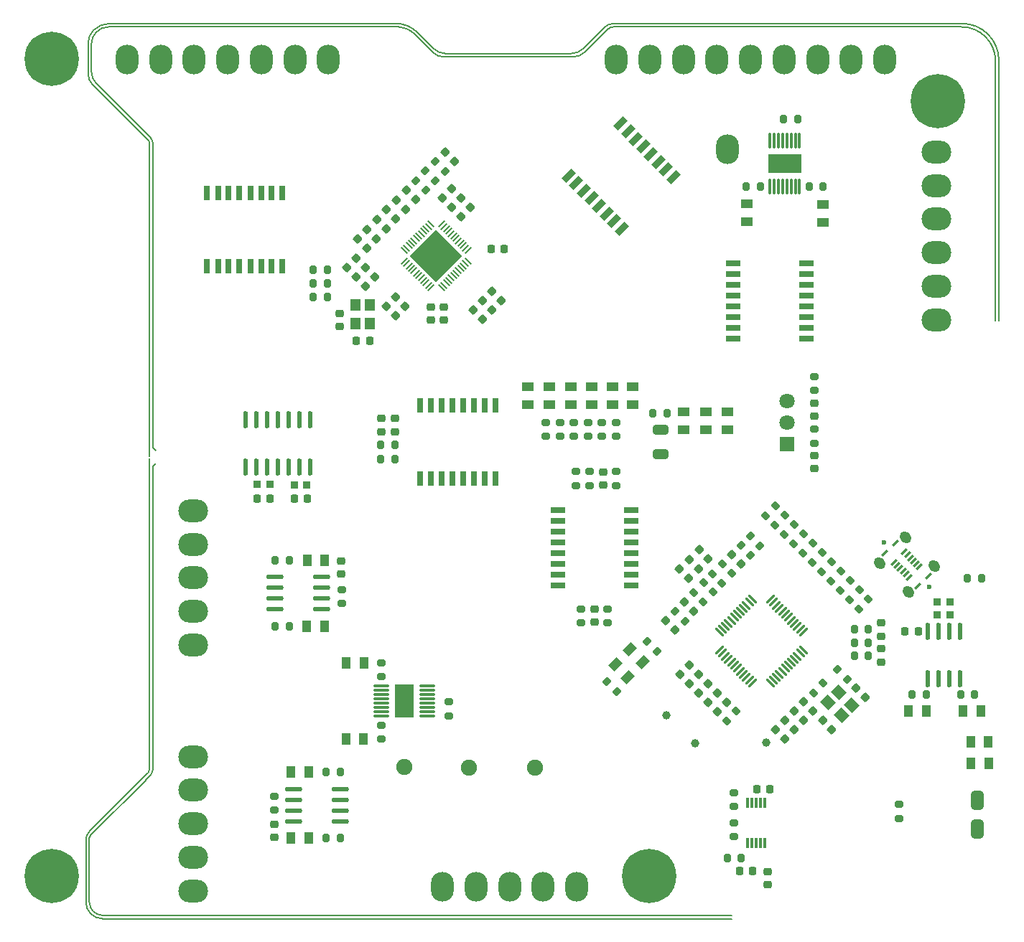
<source format=gbr>
%TF.GenerationSoftware,KiCad,Pcbnew,9.0.3*%
%TF.CreationDate,2025-07-25T14:59:07+02:00*%
%TF.ProjectId,HUB_MPE,4855425f-4d50-4452-9e6b-696361645f70,0.1*%
%TF.SameCoordinates,Original*%
%TF.FileFunction,Soldermask,Top*%
%TF.FilePolarity,Negative*%
%FSLAX46Y46*%
G04 Gerber Fmt 4.6, Leading zero omitted, Abs format (unit mm)*
G04 Created by KiCad (PCBNEW 9.0.3) date 2025-07-25 14:59:07*
%MOMM*%
%LPD*%
G01*
G04 APERTURE LIST*
G04 Aperture macros list*
%AMRoundRect*
0 Rectangle with rounded corners*
0 $1 Rounding radius*
0 $2 $3 $4 $5 $6 $7 $8 $9 X,Y pos of 4 corners*
0 Add a 4 corners polygon primitive as box body*
4,1,4,$2,$3,$4,$5,$6,$7,$8,$9,$2,$3,0*
0 Add four circle primitives for the rounded corners*
1,1,$1+$1,$2,$3*
1,1,$1+$1,$4,$5*
1,1,$1+$1,$6,$7*
1,1,$1+$1,$8,$9*
0 Add four rect primitives between the rounded corners*
20,1,$1+$1,$2,$3,$4,$5,0*
20,1,$1+$1,$4,$5,$6,$7,0*
20,1,$1+$1,$6,$7,$8,$9,0*
20,1,$1+$1,$8,$9,$2,$3,0*%
%AMHorizOval*
0 Thick line with rounded ends*
0 $1 width*
0 $2 $3 position (X,Y) of the first rounded end (center of the circle)*
0 $4 $5 position (X,Y) of the second rounded end (center of the circle)*
0 Add line between two ends*
20,1,$1,$2,$3,$4,$5,0*
0 Add two circle primitives to create the rounded ends*
1,1,$1,$2,$3*
1,1,$1,$4,$5*%
%AMRotRect*
0 Rectangle, with rotation*
0 The origin of the aperture is its center*
0 $1 length*
0 $2 width*
0 $3 Rotation angle, in degrees counterclockwise*
0 Add horizontal line*
21,1,$1,$2,0,0,$3*%
%AMFreePoly0*
4,1,23,0.000000,0.745722,0.065263,0.745722,0.191342,0.711940,0.304381,0.646677,0.396677,0.554381,0.461940,0.441342,0.495722,0.315263,0.495722,0.250000,0.500000,0.250000,0.500000,-0.250000,0.495722,-0.250000,0.495722,-0.315263,0.461940,-0.441342,0.396677,-0.554381,0.304381,-0.646677,0.191342,-0.711940,0.065263,-0.745722,0.000000,-0.745722,0.000000,-0.750000,-0.500000,-0.750000,
-0.500000,0.750000,0.000000,0.750000,0.000000,0.745722,0.000000,0.745722,$1*%
%AMFreePoly1*
4,1,23,0.500000,-0.750000,0.000000,-0.750000,0.000000,-0.745722,-0.065263,-0.745722,-0.191342,-0.711940,-0.304381,-0.646677,-0.396677,-0.554381,-0.461940,-0.441342,-0.495722,-0.315263,-0.495722,-0.250000,-0.500000,-0.250000,-0.500000,0.250000,-0.495722,0.250000,-0.495722,0.315263,-0.461940,0.441342,-0.396677,0.554381,-0.304381,0.646677,-0.191342,0.711940,-0.065263,0.745722,0.000000,0.745722,
0.000000,0.750000,0.500000,0.750000,0.500000,-0.750000,0.500000,-0.750000,$1*%
G04 Aperture macros list end*
%ADD10C,0.000000*%
%ADD11RoundRect,0.200000X0.335876X0.053033X0.053033X0.335876X-0.335876X-0.053033X-0.053033X-0.335876X0*%
%ADD12RoundRect,0.225000X-0.250000X0.225000X-0.250000X-0.225000X0.250000X-0.225000X0.250000X0.225000X0*%
%ADD13C,1.900000*%
%ADD14RoundRect,0.225000X0.335876X0.017678X0.017678X0.335876X-0.335876X-0.017678X-0.017678X-0.335876X0*%
%ADD15RoundRect,0.200000X-0.200000X-0.275000X0.200000X-0.275000X0.200000X0.275000X-0.200000X0.275000X0*%
%ADD16RoundRect,0.200000X0.275000X-0.200000X0.275000X0.200000X-0.275000X0.200000X-0.275000X-0.200000X0*%
%ADD17C,1.800000*%
%ADD18R,1.800000X1.800000*%
%ADD19C,1.000000*%
%ADD20RoundRect,0.225000X-0.225000X-0.250000X0.225000X-0.250000X0.225000X0.250000X-0.225000X0.250000X0*%
%ADD21RoundRect,0.200000X-0.053033X0.335876X-0.335876X0.053033X0.053033X-0.335876X0.335876X-0.053033X0*%
%ADD22R,1.400000X1.000000*%
%ADD23RoundRect,0.200000X0.053033X-0.335876X0.335876X-0.053033X-0.053033X0.335876X-0.335876X0.053033X0*%
%ADD24RoundRect,0.200000X0.200000X0.275000X-0.200000X0.275000X-0.200000X-0.275000X0.200000X-0.275000X0*%
%ADD25R,1.660000X0.760000*%
%ADD26RoundRect,0.200000X-0.335876X-0.053033X-0.053033X-0.335876X0.335876X0.053033X0.053033X0.335876X0*%
%ADD27O,2.700000X3.500000*%
%ADD28RoundRect,0.225000X-0.017678X0.335876X-0.335876X0.017678X0.017678X-0.335876X0.335876X-0.017678X0*%
%ADD29RoundRect,0.225000X-0.335876X-0.017678X-0.017678X-0.335876X0.335876X0.017678X0.017678X0.335876X0*%
%ADD30RoundRect,0.225000X0.017678X-0.335876X0.335876X-0.017678X-0.017678X0.335876X-0.335876X0.017678X0*%
%ADD31RoundRect,0.200000X-0.275000X0.200000X-0.275000X-0.200000X0.275000X-0.200000X0.275000X0.200000X0*%
%ADD32R,0.300000X1.300000*%
%ADD33R,1.000000X1.400000*%
%ADD34RoundRect,0.225000X0.250000X-0.225000X0.250000X0.225000X-0.250000X0.225000X-0.250000X-0.225000X0*%
%ADD35FreePoly0,90.000000*%
%ADD36FreePoly1,90.000000*%
%ADD37RotRect,0.760000X1.660000X135.000000*%
%ADD38O,2.040000X0.570000*%
%ADD39R,2.200000X3.900000*%
%ADD40O,1.890000X0.280000*%
%ADD41C,0.610000*%
%ADD42O,3.500000X2.700000*%
%ADD43RotRect,1.400000X1.200000X315.000000*%
%ADD44R,0.860000X0.810000*%
%ADD45RoundRect,0.225000X0.225000X0.250000X-0.225000X0.250000X-0.225000X-0.250000X0.225000X-0.250000X0*%
%ADD46R,3.900000X2.200000*%
%ADD47O,0.280000X1.890000*%
%ADD48R,0.810000X0.860000*%
%ADD49C,0.800000*%
%ADD50C,6.400000*%
%ADD51O,0.570000X2.040000*%
%ADD52RotRect,0.300000X0.870000X315.000000*%
%ADD53HorizOval,1.200000X0.106066X-0.106066X-0.106066X0.106066X0*%
%ADD54C,0.600000*%
%ADD55RotRect,1.000000X1.400000X135.000000*%
%ADD56R,0.760000X1.660000*%
%ADD57HorizOval,0.270000X-0.434871X-0.434871X0.434871X0.434871X0*%
%ADD58HorizOval,0.270000X-0.434871X0.434871X0.434871X-0.434871X0*%
%ADD59R,1.200000X1.400000*%
%ADD60RotRect,4.400000X4.400000X135.000000*%
%ADD61RotRect,0.200000X1.000000X135.000000*%
%ADD62RotRect,1.000000X0.200000X135.000000*%
%ADD63RoundRect,0.250000X0.650000X-0.325000X0.650000X0.325000X-0.650000X0.325000X-0.650000X-0.325000X0*%
%ADD64FreePoly0,270.000000*%
%ADD65FreePoly1,270.000000*%
%ADD66C,0.200000*%
G04 APERTURE END LIST*
D10*
%TO.C,JP2*%
G36*
X156400000Y-127075000D02*
G01*
X154900000Y-127075000D01*
X154900000Y-126775000D01*
X156400000Y-126775000D01*
X156400000Y-127075000D01*
G37*
%TO.C,JP3*%
G36*
X156400000Y-123675000D02*
G01*
X154900000Y-123675000D01*
X154900000Y-123375000D01*
X156400000Y-123375000D01*
X156400000Y-123675000D01*
G37*
%TD*%
D11*
%TO.C,R54*%
X127766637Y-93416637D03*
X128933363Y-94583363D03*
%TD*%
D12*
%TO.C,C16*%
X91200000Y-66875000D03*
X91200000Y-65325000D03*
%TD*%
D13*
%TO.C,TP4*%
X88100000Y-119600000D03*
%TD*%
D11*
%TO.C,R63*%
X120016637Y-101216637D03*
X121183363Y-102383363D03*
%TD*%
D14*
%TO.C,C28*%
X83701992Y-56151992D03*
X84798008Y-57248008D03*
%TD*%
D15*
%TO.C,R7*%
X79025000Y-62500000D03*
X77375000Y-62500000D03*
%TD*%
D13*
%TO.C,TP5*%
X95700000Y-119700000D03*
%TD*%
D16*
%TO.C,R16*%
X109740001Y-78939999D03*
X109740001Y-80589999D03*
%TD*%
D17*
%TO.C,U1*%
X133225000Y-76385000D03*
X133225000Y-78925000D03*
D18*
X133225000Y-81465000D03*
%TD*%
D19*
%TO.C,TP1*%
X119000000Y-113500000D03*
%TD*%
D20*
%TO.C,C11*%
X99850000Y-58475000D03*
X98300000Y-58475000D03*
%TD*%
D21*
%TO.C,R61*%
X138370621Y-97637347D03*
X139537347Y-96470621D03*
%TD*%
D22*
%TO.C,LED4*%
X110165000Y-76790000D03*
X110165000Y-74690000D03*
%TD*%
D23*
%TO.C,R69*%
X135133363Y-92066637D03*
X133966637Y-93233363D03*
%TD*%
D22*
%TO.C,LED1*%
X126214998Y-79789999D03*
X126214998Y-77689999D03*
%TD*%
D24*
%TO.C,R66*%
X141162500Y-103362500D03*
X142812500Y-103362500D03*
%TD*%
D16*
%TO.C,R1*%
X136449998Y-79724999D03*
X136449998Y-81374999D03*
%TD*%
D25*
%TO.C,T6*%
X106180000Y-98200000D03*
X106180000Y-96920000D03*
X106180000Y-95660000D03*
X106180000Y-94390000D03*
X106180000Y-93110000D03*
X106180000Y-91840000D03*
X106180000Y-90580000D03*
X106180000Y-89310000D03*
X114820000Y-89310000D03*
X114820000Y-90580000D03*
X114820000Y-91840000D03*
X114820000Y-93110000D03*
X114820000Y-94390000D03*
X114820000Y-95660000D03*
X114820000Y-96920000D03*
X114820000Y-98200000D03*
%TD*%
D23*
%TO.C,R55*%
X137483363Y-109666637D03*
X136316637Y-110833363D03*
%TD*%
D12*
%TO.C,C37*%
X80675000Y-96825000D03*
X80675000Y-95275000D03*
%TD*%
D26*
%TO.C,R53*%
X140295998Y-109233363D03*
X139129272Y-108066637D03*
%TD*%
D16*
%TO.C,R19*%
X104790001Y-78939999D03*
X104790001Y-80589999D03*
%TD*%
D24*
%TO.C,R107*%
X153700000Y-111000000D03*
X155350000Y-111000000D03*
%TD*%
%TO.C,R6*%
X77375000Y-60900000D03*
X79025000Y-60900000D03*
%TD*%
D11*
%TO.C,R56*%
X128866637Y-92316637D03*
X130033363Y-93483363D03*
%TD*%
D27*
%TO.C,J1*%
X113075000Y-36100000D03*
X117035000Y-36100000D03*
X120995000Y-36100000D03*
X124955000Y-36100000D03*
X128915000Y-36100000D03*
X132875000Y-36100000D03*
X136835000Y-36100000D03*
X140795000Y-36100000D03*
X144755000Y-36100000D03*
%TD*%
D16*
%TO.C,R51*%
X85400000Y-114675000D03*
X85400000Y-116325000D03*
%TD*%
D12*
%TO.C,C21*%
X85350000Y-80025000D03*
X85350000Y-78475000D03*
%TD*%
D14*
%TO.C,C53*%
X121151992Y-100151992D03*
X122248008Y-101248008D03*
%TD*%
D28*
%TO.C,C58*%
X121700000Y-109750000D03*
X122796016Y-108653984D03*
%TD*%
D11*
%TO.C,R22*%
X89431460Y-50382843D03*
X90598186Y-51549569D03*
%TD*%
D29*
%TO.C,C17*%
X97316548Y-66721357D03*
X96220532Y-65625341D03*
%TD*%
D24*
%TO.C,R67*%
X141162500Y-106462500D03*
X142812500Y-106462500D03*
%TD*%
D30*
%TO.C,C13*%
X93666548Y-51371357D03*
X92570532Y-52467373D03*
%TD*%
D16*
%TO.C,R76*%
X108950000Y-100925000D03*
X108950000Y-102575000D03*
%TD*%
D31*
%TO.C,R47*%
X93325000Y-113550000D03*
X93325000Y-111900000D03*
%TD*%
D19*
%TO.C,TP3*%
X122375000Y-116775000D03*
%TD*%
D32*
%TO.C,U9*%
X128600000Y-123850000D03*
X129100000Y-123850000D03*
X129600000Y-123850000D03*
X130100000Y-123850000D03*
X130600000Y-123850000D03*
X130600000Y-128550000D03*
X130100000Y-128550000D03*
X129600000Y-128550000D03*
X129100000Y-128550000D03*
X128600000Y-128550000D03*
%TD*%
D30*
%TO.C,C61*%
X123898008Y-109751992D03*
X122801992Y-110848008D03*
%TD*%
D14*
%TO.C,C29*%
X82551992Y-57301992D03*
X83648008Y-58398008D03*
%TD*%
D33*
%TO.C,LED10*%
X76585000Y-103000000D03*
X78685000Y-103000000D03*
%TD*%
D15*
%TO.C,R92*%
X80550000Y-120200000D03*
X78900000Y-120200000D03*
%TD*%
%TO.C,R2*%
X119064998Y-77839999D03*
X117414998Y-77839999D03*
%TD*%
D27*
%TO.C,J2*%
X126225000Y-46675000D03*
%TD*%
D34*
%TO.C,C39*%
X130900000Y-131925000D03*
X130900000Y-133475000D03*
%TD*%
D33*
%TO.C,LED16*%
X81200000Y-116300001D03*
X83300000Y-116300001D03*
%TD*%
D26*
%TO.C,R79*%
X113141761Y-110663261D03*
X111975035Y-109496535D03*
%TD*%
D21*
%TO.C,R64*%
X140562653Y-99829379D03*
X141729379Y-98662653D03*
%TD*%
D16*
%TO.C,R84*%
X112050000Y-100925000D03*
X112050000Y-102575000D03*
%TD*%
D29*
%TO.C,C18*%
X99516548Y-64521357D03*
X98420532Y-63425341D03*
%TD*%
D28*
%TO.C,C15*%
X83551992Y-62896017D03*
X84648008Y-61800001D03*
%TD*%
D21*
%TO.C,R72*%
X130666637Y-89933363D03*
X131833363Y-88766637D03*
%TD*%
D35*
%TO.C,JP2*%
X155650000Y-126275001D03*
D36*
X155650000Y-127574999D03*
%TD*%
D28*
%TO.C,C63*%
X125001992Y-113048008D03*
X126098008Y-111951992D03*
%TD*%
D14*
%TO.C,C34*%
X87166815Y-52693198D03*
X88262831Y-53789214D03*
%TD*%
D12*
%TO.C,C67*%
X110500000Y-102525000D03*
X110500000Y-100975000D03*
%TD*%
D22*
%TO.C,LED7*%
X102655000Y-76790000D03*
X102655000Y-74690000D03*
%TD*%
D37*
%TO.C,T4*%
X113562819Y-43679609D03*
X114467916Y-44584705D03*
X115358870Y-45475660D03*
X116256896Y-46373685D03*
X117161993Y-47278782D03*
X118060018Y-48176808D03*
X118950973Y-49067762D03*
X119848998Y-49965788D03*
X113739596Y-56075190D03*
X112841570Y-55177165D03*
X111950616Y-54286210D03*
X111052590Y-53388185D03*
X110147493Y-52483088D03*
X109249468Y-51585062D03*
X108358513Y-50694108D03*
X107453417Y-49789011D03*
%TD*%
D38*
%TO.C,U3*%
X78395000Y-97140000D03*
X78395000Y-98420000D03*
X78395000Y-99680000D03*
X78395000Y-100950000D03*
X72855000Y-100950000D03*
X72855000Y-99680000D03*
X72855000Y-98420000D03*
X72855000Y-97140000D03*
%TD*%
D39*
%TO.C,U6*%
X88100000Y-111800000D03*
D40*
X85400000Y-113550000D03*
X85400000Y-113050000D03*
X85400000Y-112550000D03*
X85400000Y-112050000D03*
X85400000Y-111550000D03*
X85400000Y-111050000D03*
X85400000Y-110550000D03*
X85400000Y-110050000D03*
X90800000Y-110050000D03*
X90800000Y-110550000D03*
X90800000Y-111050000D03*
X90800000Y-111550000D03*
X90800000Y-112050000D03*
X90800000Y-112550000D03*
X90800000Y-113050000D03*
X90800000Y-113550000D03*
D41*
X88600000Y-110800000D03*
X87600000Y-110800000D03*
X88599999Y-111800000D03*
X87600001Y-111800000D03*
X88600000Y-112800000D03*
X87600000Y-112800000D03*
%TD*%
D42*
%TO.C,J6*%
X63200000Y-89355001D03*
X63200000Y-93314999D03*
X63200000Y-97275000D03*
X63200000Y-101235000D03*
X63200000Y-105195000D03*
%TD*%
D15*
%TO.C,R3*%
X86975000Y-81599999D03*
X85325000Y-81599999D03*
%TD*%
D27*
%TO.C,J4*%
X79154999Y-36100000D03*
X75194999Y-36100000D03*
X71234998Y-36100000D03*
X67275000Y-36100000D03*
X63314999Y-36100000D03*
X59354999Y-36100000D03*
X55394999Y-36100000D03*
%TD*%
D33*
%TO.C,LED23*%
X76840000Y-120200000D03*
X74740000Y-120200000D03*
%TD*%
D34*
%TO.C,C59*%
X144337500Y-102612500D03*
X144337500Y-104162500D03*
%TD*%
D38*
%TO.C,U10*%
X75030000Y-126060001D03*
X75030000Y-124780001D03*
X75030000Y-123520001D03*
X75030000Y-122250001D03*
X80570000Y-122250001D03*
X80570000Y-123520001D03*
X80570000Y-124780001D03*
X80570000Y-126060001D03*
%TD*%
D21*
%TO.C,R73*%
X132866637Y-92133363D03*
X134033363Y-90966637D03*
%TD*%
D29*
%TO.C,C65*%
X122798008Y-96198009D03*
X121701992Y-95101993D03*
%TD*%
D21*
%TO.C,R65*%
X141658668Y-100925394D03*
X142825394Y-99758668D03*
%TD*%
D16*
%TO.C,R81*%
X113100000Y-84725000D03*
X113100000Y-86375000D03*
%TD*%
%TO.C,R15*%
X111390001Y-78939999D03*
X111390001Y-80589999D03*
%TD*%
D22*
%TO.C,LED8*%
X115040001Y-76814999D03*
X115040001Y-74714999D03*
%TD*%
%TO.C,LED15*%
X128450000Y-55250002D03*
X128450000Y-53150002D03*
%TD*%
D14*
%TO.C,C54*%
X137414627Y-114101992D03*
X138510643Y-115198008D03*
%TD*%
D34*
%TO.C,C71*%
X72750000Y-126375000D03*
X72750000Y-127925000D03*
%TD*%
D14*
%TO.C,C35*%
X88316815Y-51543198D03*
X89412831Y-52639214D03*
%TD*%
D21*
%TO.C,R59*%
X123318628Y-100135355D03*
X124485354Y-98968629D03*
%TD*%
D31*
%TO.C,R85*%
X126950000Y-124275000D03*
X126950000Y-122625000D03*
%TD*%
D14*
%TO.C,C52*%
X126701992Y-94551992D03*
X127798008Y-95648008D03*
%TD*%
D24*
%TO.C,R30*%
X72875000Y-103000000D03*
X74525000Y-103000000D03*
%TD*%
D26*
%TO.C,R78*%
X117879376Y-105925646D03*
X116712650Y-104758920D03*
%TD*%
D31*
%TO.C,R35*%
X136449998Y-75174999D03*
X136449998Y-73524999D03*
%TD*%
D16*
%TO.C,R20*%
X113065002Y-78939999D03*
X113065002Y-80589999D03*
%TD*%
D43*
%TO.C,X2*%
X139285858Y-110771142D03*
X140841493Y-112326777D03*
X139639412Y-113528858D03*
X138083777Y-111973223D03*
%TD*%
D31*
%TO.C,R102*%
X80700000Y-100325000D03*
X80700000Y-98675000D03*
%TD*%
D33*
%TO.C,LED22*%
X76800000Y-128000000D03*
X74700000Y-128000000D03*
%TD*%
D13*
%TO.C,TP6*%
X103500000Y-119700000D03*
%TD*%
D12*
%TO.C,C3*%
X136449997Y-78224999D03*
X136449997Y-76674999D03*
%TD*%
D44*
%TO.C,R108*%
X150900000Y-100150000D03*
X150900000Y-101650000D03*
%TD*%
D14*
%TO.C,C48*%
X131901992Y-115201992D03*
X132998008Y-116298008D03*
%TD*%
D42*
%TO.C,J5*%
X63225000Y-134204999D03*
X63225000Y-130245001D03*
X63225000Y-126285000D03*
X63225000Y-122325000D03*
X63225000Y-118365000D03*
%TD*%
D12*
%TO.C,C2*%
X136449998Y-84399999D03*
X136449998Y-82849999D03*
%TD*%
D23*
%TO.C,R75*%
X127233363Y-113016637D03*
X126066637Y-114183363D03*
%TD*%
D22*
%TO.C,LED14*%
X137450000Y-55300002D03*
X137450000Y-53200002D03*
%TD*%
D45*
%TO.C,C70*%
X129625000Y-122200000D03*
X131175000Y-122200000D03*
%TD*%
D24*
%TO.C,R45*%
X135825000Y-51100002D03*
X137475000Y-51100002D03*
%TD*%
D21*
%TO.C,R83*%
X124418629Y-96835355D03*
X125585355Y-95668629D03*
%TD*%
D45*
%TO.C,C4*%
X82441548Y-69321357D03*
X83991548Y-69321357D03*
%TD*%
D15*
%TO.C,R41*%
X134449999Y-43150001D03*
X132799999Y-43150001D03*
%TD*%
D34*
%TO.C,C5*%
X80500000Y-66075001D03*
X80500000Y-67625001D03*
%TD*%
D16*
%TO.C,R18*%
X106440001Y-78939999D03*
X106440001Y-80589999D03*
%TD*%
D46*
%TO.C,U5*%
X132950000Y-48400002D03*
D47*
X134700000Y-51100002D03*
X134200000Y-51100002D03*
X133700000Y-51100002D03*
X133200000Y-51100002D03*
X132700000Y-51100002D03*
X132200000Y-51100002D03*
X131700000Y-51100002D03*
X131200000Y-51100002D03*
X131200000Y-45700002D03*
X131700000Y-45700002D03*
X132200000Y-45700002D03*
X132700000Y-45700002D03*
X133200000Y-45700002D03*
X133700000Y-45700002D03*
X134200000Y-45700002D03*
X134700000Y-45700002D03*
D41*
X131950000Y-47900002D03*
X131950000Y-48900002D03*
X132950000Y-47900003D03*
X132950000Y-48900001D03*
X133950000Y-47900002D03*
X133950000Y-48900002D03*
%TD*%
D20*
%TO.C,C69*%
X148675000Y-103600000D03*
X147125000Y-103600000D03*
%TD*%
D33*
%TO.C,LED17*%
X81249999Y-107300000D03*
X83349999Y-107300000D03*
%TD*%
D19*
%TO.C,TP2*%
X130800000Y-116700000D03*
%TD*%
D21*
%TO.C,R74*%
X135066637Y-94333363D03*
X136233363Y-93166637D03*
%TD*%
D48*
%TO.C,R113*%
X76600000Y-86300000D03*
X75100000Y-86300000D03*
%TD*%
D22*
%TO.C,LED5*%
X107715001Y-76789999D03*
X107715001Y-74689999D03*
%TD*%
D48*
%TO.C,R112*%
X70750000Y-86250000D03*
X72250000Y-86250000D03*
%TD*%
D49*
%TO.C,H1*%
X48900000Y-36000000D03*
X48197056Y-37697056D03*
X48197056Y-34302944D03*
X46500000Y-38400000D03*
D50*
X46500000Y-36000000D03*
D49*
X46500000Y-33600000D03*
X44802944Y-37697056D03*
X44802944Y-34302944D03*
X44100000Y-36000000D03*
%TD*%
D14*
%TO.C,C20*%
X86016815Y-53843198D03*
X87112831Y-54939214D03*
%TD*%
D22*
%TO.C,LED2*%
X123639998Y-79789999D03*
X123639998Y-77689999D03*
%TD*%
D51*
%TO.C,U12*%
X149800000Y-103620000D03*
X151080000Y-103620000D03*
X152340000Y-103620000D03*
X153610000Y-103620000D03*
X153610000Y-109160000D03*
X152340000Y-109160000D03*
X151080000Y-109160000D03*
X149800000Y-109160000D03*
%TD*%
D49*
%TO.C,H4*%
X119400000Y-132500000D03*
X118697056Y-134197056D03*
X118697056Y-130802944D03*
X117000000Y-134900000D03*
D50*
X117000000Y-132500000D03*
D49*
X117000000Y-130100000D03*
X115302944Y-134197056D03*
X115302944Y-130802944D03*
X114600000Y-132500000D03*
%TD*%
D12*
%TO.C,C8*%
X92750000Y-66875000D03*
X92750000Y-65325000D03*
%TD*%
D16*
%TO.C,R86*%
X126950000Y-126175000D03*
X126950000Y-127825000D03*
%TD*%
D33*
%TO.C,LED11*%
X156970868Y-119145000D03*
X154870868Y-119145000D03*
%TD*%
%TO.C,LED9*%
X76625000Y-95200000D03*
X78725000Y-95200000D03*
%TD*%
%TO.C,LED21*%
X154000000Y-113000000D03*
X156100000Y-113000000D03*
%TD*%
D14*
%TO.C,C56*%
X118951992Y-102351992D03*
X120048008Y-103448008D03*
%TD*%
D28*
%TO.C,C62*%
X123901992Y-111948008D03*
X124998008Y-110851992D03*
%TD*%
D24*
%TO.C,R28*%
X72875000Y-95200000D03*
X74525000Y-95200000D03*
%TD*%
D31*
%TO.C,R52*%
X85399998Y-108925000D03*
X85399998Y-107275000D03*
%TD*%
D16*
%TO.C,R82*%
X109932601Y-84738235D03*
X109932601Y-86388235D03*
%TD*%
D30*
%TO.C,C10*%
X94766548Y-52471357D03*
X93670532Y-53567373D03*
%TD*%
D49*
%TO.C,H2*%
X48900000Y-132500000D03*
X48197056Y-134197056D03*
X48197056Y-130802944D03*
X46500000Y-134900000D03*
D50*
X46500000Y-132500000D03*
D49*
X46500000Y-130100000D03*
X44802944Y-134197056D03*
X44802944Y-130802944D03*
X44100000Y-132500000D03*
%TD*%
D14*
%TO.C,C51*%
X135201992Y-111901992D03*
X136298008Y-112998008D03*
%TD*%
D45*
%TO.C,C76*%
X75125000Y-87900000D03*
X76675000Y-87900000D03*
%TD*%
D52*
%TO.C,USB2*%
X144771572Y-94371573D03*
X145832233Y-95432233D03*
X146185786Y-95785787D03*
X146539339Y-96139340D03*
X146892893Y-96492894D03*
X147246446Y-96846447D03*
X147600000Y-97200000D03*
X148660660Y-98260661D03*
X149883954Y-97037366D03*
X148823294Y-95976706D03*
X148469741Y-95623152D03*
X148116188Y-95269599D03*
X147762634Y-94916045D03*
X147409081Y-94562492D03*
X147055527Y-94208939D03*
X145994867Y-93148279D03*
D53*
X147508076Y-98918270D03*
X150548635Y-95877711D03*
X144113963Y-95524157D03*
X147154522Y-92483598D03*
D54*
X149982949Y-98352584D03*
X144679649Y-93049284D03*
%TD*%
D55*
%TO.C,LED19*%
X112947307Y-107498959D03*
X114432231Y-108983883D03*
%TD*%
D28*
%TO.C,C26*%
X81350000Y-60698008D03*
X82446016Y-59601992D03*
%TD*%
D29*
%TO.C,C12*%
X98416548Y-65621357D03*
X97320532Y-64525341D03*
%TD*%
D14*
%TO.C,C49*%
X133001992Y-114101992D03*
X134098008Y-115198008D03*
%TD*%
D49*
%TO.C,H3*%
X153400000Y-41000000D03*
X152697056Y-42697056D03*
X152697056Y-39302944D03*
X151000000Y-43400000D03*
D50*
X151000000Y-41000000D03*
D49*
X151000000Y-38600000D03*
X149302944Y-42697056D03*
X149302944Y-39302944D03*
X148600000Y-41000000D03*
%TD*%
D14*
%TO.C,C14*%
X84866815Y-54993198D03*
X85962831Y-56089214D03*
%TD*%
D22*
%TO.C,LED3*%
X112615000Y-76789997D03*
X112615000Y-74689997D03*
%TD*%
D11*
%TO.C,R21*%
X90581460Y-49257843D03*
X91748186Y-50424569D03*
%TD*%
D15*
%TO.C,R46*%
X130075000Y-51100003D03*
X128425000Y-51100003D03*
%TD*%
D28*
%TO.C,C9*%
X86001992Y-65248008D03*
X87098008Y-64151992D03*
%TD*%
D56*
%TO.C,T2*%
X64850000Y-51880000D03*
X66130000Y-51880000D03*
X67390000Y-51880000D03*
X68660000Y-51880000D03*
X69940000Y-51880000D03*
X71210000Y-51880000D03*
X72470000Y-51880000D03*
X73740000Y-51880000D03*
X73740000Y-60520000D03*
X72470000Y-60520000D03*
X71210000Y-60520000D03*
X69940000Y-60520000D03*
X68660000Y-60520000D03*
X67390000Y-60520000D03*
X66130000Y-60520000D03*
X64850000Y-60520000D03*
%TD*%
D21*
%TO.C,R77*%
X122218628Y-99035355D03*
X123385354Y-97868629D03*
%TD*%
%TO.C,R62*%
X139466637Y-98733363D03*
X140633363Y-97566637D03*
%TD*%
D15*
%TO.C,R105*%
X149625000Y-111000000D03*
X147975000Y-111000000D03*
%TD*%
D23*
%TO.C,R58*%
X126685355Y-96768629D03*
X125518629Y-97935355D03*
%TD*%
D57*
%TO.C,U7*%
X131260660Y-99802425D03*
X131614214Y-100155978D03*
X131967767Y-100509531D03*
X132321320Y-100863085D03*
X132674874Y-101216638D03*
X133028427Y-101570191D03*
X133381981Y-101923745D03*
X133735534Y-102277298D03*
X134089087Y-102630852D03*
X134442641Y-102984405D03*
X134796194Y-103337958D03*
X135149747Y-103691512D03*
D58*
X135149747Y-105812832D03*
X134796194Y-106166386D03*
X134442641Y-106519939D03*
X134089087Y-106873492D03*
X133735534Y-107227046D03*
X133381981Y-107580599D03*
X133028427Y-107934153D03*
X132674874Y-108287706D03*
X132321320Y-108641259D03*
X131967767Y-108994813D03*
X131614214Y-109348366D03*
X131260660Y-109701919D03*
D57*
X129139340Y-109701919D03*
X128785786Y-109348366D03*
X128432233Y-108994813D03*
X128078680Y-108641259D03*
X127725126Y-108287706D03*
X127371573Y-107934153D03*
X127018019Y-107580599D03*
X126664466Y-107227046D03*
X126310913Y-106873492D03*
X125957359Y-106519939D03*
X125603806Y-106166386D03*
X125250253Y-105812832D03*
D58*
X125250253Y-103691512D03*
X125603806Y-103337958D03*
X125957359Y-102984405D03*
X126310913Y-102630852D03*
X126664466Y-102277298D03*
X127018019Y-101923745D03*
X127371573Y-101570191D03*
X127725126Y-101216638D03*
X128078680Y-100863085D03*
X128432233Y-100509531D03*
X128785786Y-100155978D03*
X129139340Y-99802425D03*
%TD*%
D28*
%TO.C,C25*%
X82451992Y-61796017D03*
X83548008Y-60700001D03*
%TD*%
D59*
%TO.C,X1*%
X82350000Y-67250001D03*
X82350000Y-65050001D03*
X84050000Y-65050001D03*
X84050000Y-67250001D03*
%TD*%
D22*
%TO.C,LED13*%
X121024998Y-79799998D03*
X121024998Y-77699998D03*
%TD*%
D16*
%TO.C,R80*%
X108343324Y-84734388D03*
X108343324Y-86384388D03*
%TD*%
D30*
%TO.C,C19*%
X95866548Y-53571357D03*
X94770532Y-54667373D03*
%TD*%
D25*
%TO.C,T3*%
X135520000Y-60150000D03*
X135520000Y-61430000D03*
X135520000Y-62690000D03*
X135520000Y-63960000D03*
X135520000Y-65240000D03*
X135520000Y-66510000D03*
X135520000Y-67770000D03*
X135520000Y-69040000D03*
X126880000Y-69040000D03*
X126880000Y-67770000D03*
X126880000Y-66510000D03*
X126880000Y-65240000D03*
X126880000Y-63960000D03*
X126880000Y-62690000D03*
X126880000Y-61430000D03*
X126880000Y-60150000D03*
%TD*%
D15*
%TO.C,R90*%
X80550000Y-128000000D03*
X78900000Y-128000000D03*
%TD*%
D44*
%TO.C,R109*%
X152400000Y-100150000D03*
X152400000Y-101650000D03*
%TD*%
D31*
%TO.C,R106*%
X146400000Y-125650000D03*
X146400000Y-124000000D03*
%TD*%
D12*
%TO.C,C6*%
X87000000Y-80025000D03*
X87000000Y-78475000D03*
%TD*%
D16*
%TO.C,R103*%
X72750000Y-123025000D03*
X72750000Y-124675000D03*
%TD*%
D11*
%TO.C,R13*%
X91716637Y-48116637D03*
X92883363Y-49283363D03*
%TD*%
D23*
%TO.C,R68*%
X132933363Y-89866637D03*
X131766637Y-91033363D03*
%TD*%
D14*
%TO.C,C30*%
X92901992Y-47001992D03*
X93998008Y-48098008D03*
%TD*%
D24*
%TO.C,R104*%
X154475000Y-97300000D03*
X156125000Y-97300000D03*
%TD*%
D14*
%TO.C,C50*%
X134101992Y-113001992D03*
X135198008Y-114098008D03*
%TD*%
D56*
%TO.C,T1*%
X98850000Y-85570000D03*
X97570000Y-85570000D03*
X96310000Y-85570000D03*
X95040000Y-85570000D03*
X93760000Y-85570000D03*
X92490000Y-85570000D03*
X91230000Y-85570000D03*
X89960000Y-85570000D03*
X89960000Y-76930000D03*
X91230000Y-76930000D03*
X92490000Y-76930000D03*
X93760000Y-76930000D03*
X95040000Y-76930000D03*
X96310000Y-76930000D03*
X97570000Y-76930000D03*
X98850000Y-76930000D03*
%TD*%
D23*
%TO.C,R70*%
X137333363Y-94266637D03*
X136166637Y-95433363D03*
%TD*%
D29*
%TO.C,C64*%
X121649999Y-97348008D03*
X120553983Y-96251992D03*
%TD*%
D33*
%TO.C,LED20*%
X149650000Y-113000000D03*
X147550000Y-113000000D03*
%TD*%
D22*
%TO.C,LED6*%
X105165001Y-76789999D03*
X105165001Y-74689999D03*
%TD*%
D20*
%TO.C,C38*%
X129175000Y-131900000D03*
X127625000Y-131900000D03*
%TD*%
D60*
%TO.C,U2*%
X91850000Y-59271967D03*
D61*
X91213604Y-63019633D03*
X90930761Y-62736790D03*
X90647918Y-62453948D03*
X90365076Y-62171105D03*
X90082233Y-61888262D03*
X89799390Y-61605419D03*
X89516548Y-61322577D03*
X89233705Y-61039734D03*
X88950862Y-60756891D03*
X88668019Y-60474049D03*
X88385177Y-60191206D03*
X88102334Y-59908363D03*
D62*
X88102334Y-58635571D03*
X88385177Y-58352728D03*
X88668019Y-58069885D03*
X88950862Y-57787043D03*
X89233705Y-57504200D03*
X89516548Y-57221357D03*
X89799390Y-56938515D03*
X90082233Y-56655672D03*
X90365076Y-56372829D03*
X90647918Y-56089986D03*
X90930761Y-55807144D03*
X91213604Y-55524301D03*
D61*
X92486396Y-55524301D03*
X92769239Y-55807144D03*
X93052082Y-56089986D03*
X93334924Y-56372829D03*
X93617767Y-56655672D03*
X93900610Y-56938515D03*
X94183452Y-57221357D03*
X94466295Y-57504200D03*
X94749138Y-57787043D03*
X95031981Y-58069885D03*
X95314823Y-58352728D03*
X95597666Y-58635571D03*
D62*
X95597666Y-59908363D03*
X95314823Y-60191206D03*
X95031981Y-60474049D03*
X94749138Y-60756891D03*
X94466295Y-61039734D03*
X94183452Y-61322577D03*
X93900610Y-61605419D03*
X93617767Y-61888262D03*
X93334924Y-62171105D03*
X93052082Y-62453948D03*
X92769239Y-62736790D03*
X92486396Y-63019633D03*
%TD*%
D42*
%TO.C,J3*%
X150800000Y-47015000D03*
X150800000Y-50975000D03*
X150800000Y-54935000D03*
X150800000Y-58895000D03*
X150800000Y-62855000D03*
X150800000Y-66815000D03*
%TD*%
D45*
%TO.C,C77*%
X70725000Y-87900000D03*
X72275000Y-87900000D03*
%TD*%
D12*
%TO.C,C68*%
X111525000Y-86325000D03*
X111525000Y-84775000D03*
%TD*%
D27*
%TO.C,J7*%
X92580001Y-133700000D03*
X96539999Y-133700000D03*
X100500000Y-133700000D03*
X104460000Y-133700000D03*
X108420000Y-133700000D03*
%TD*%
D15*
%TO.C,R4*%
X86975000Y-83250001D03*
X85325000Y-83250001D03*
%TD*%
D33*
%TO.C,LED12*%
X156965000Y-116610000D03*
X154865000Y-116610000D03*
%TD*%
D14*
%TO.C,C55*%
X141312635Y-110250000D03*
X142408651Y-111346016D03*
%TD*%
D29*
%TO.C,C66*%
X123948008Y-95048008D03*
X122851992Y-93951992D03*
%TD*%
D28*
%TO.C,C57*%
X120600000Y-108650000D03*
X121696016Y-107553984D03*
%TD*%
D12*
%TO.C,C60*%
X144337500Y-107187500D03*
X144337500Y-105637500D03*
%TD*%
D51*
%TO.C,U8*%
X69377500Y-78630000D03*
X70647500Y-78630000D03*
X71917500Y-78630000D03*
X73187500Y-78630000D03*
X74457500Y-78630000D03*
X75727500Y-78630000D03*
X76997500Y-78630000D03*
X76997500Y-84170000D03*
X75727500Y-84170000D03*
X74457500Y-84170000D03*
X73187500Y-84170000D03*
X71917500Y-84170000D03*
X70647500Y-84170000D03*
X69377500Y-84170000D03*
%TD*%
D24*
%TO.C,R71*%
X141162500Y-104912500D03*
X142812500Y-104912500D03*
%TD*%
D55*
%TO.C,LED18*%
X114715074Y-105731192D03*
X116199998Y-107216116D03*
%TD*%
D15*
%TO.C,R89*%
X127825000Y-130300000D03*
X126175000Y-130300000D03*
%TD*%
D63*
%TO.C,C1*%
X118339998Y-79764998D03*
X118339998Y-82715000D03*
%TD*%
D21*
%TO.C,R60*%
X137274606Y-96541332D03*
X138441332Y-95374606D03*
%TD*%
D28*
%TO.C,C7*%
X87101992Y-66348008D03*
X88198008Y-65251992D03*
%TD*%
D64*
%TO.C,JP3*%
X155650000Y-124174999D03*
D65*
X155650000Y-122875001D03*
%TD*%
D15*
%TO.C,R5*%
X79025000Y-64100000D03*
X77375000Y-64100000D03*
%TD*%
D16*
%TO.C,R17*%
X108090001Y-78939998D03*
X108090001Y-80589998D03*
%TD*%
D66*
X51188779Y-127541144D02*
X51037419Y-127803309D01*
X58450000Y-84150000D02*
X58450000Y-119956440D01*
X88331646Y-32494449D02*
X88659623Y-32652394D01*
X88659623Y-32652394D02*
X88967853Y-32846068D01*
X89252460Y-33073034D02*
X89335520Y-33156094D01*
X58800000Y-83800000D02*
X58450000Y-84150000D01*
X87633148Y-32293215D02*
X87988047Y-32374219D01*
X52540645Y-137100000D02*
X126700000Y-137100000D01*
X58800000Y-82250000D02*
X58450000Y-81900000D01*
X57574483Y-121155440D02*
X51188779Y-127541144D01*
X89335520Y-33156094D02*
X89341450Y-33158550D01*
X88967853Y-32846068D02*
X89252460Y-33073034D01*
X109385787Y-35214213D02*
X111862696Y-32737304D01*
X58450000Y-81900000D02*
X58450000Y-45993729D01*
X50959070Y-128095717D02*
X50959070Y-135518425D01*
X87988047Y-32374219D02*
X88331646Y-32494449D01*
X92811327Y-35800000D02*
X107971573Y-35800000D01*
X157800000Y-36269067D02*
X157800000Y-66950000D01*
X87271410Y-32252458D02*
X87633148Y-32293215D01*
X57583550Y-121133550D02*
X57574483Y-121155440D01*
X58230330Y-120486770D02*
X57583550Y-121133550D01*
X53236915Y-32250000D02*
X87089397Y-32250000D01*
X111862696Y-32737304D02*
X112043192Y-32556808D01*
X58194856Y-45377756D02*
X51824304Y-39007204D01*
X112783891Y-32250000D02*
X153780933Y-32250000D01*
X87089397Y-32250000D02*
X87271410Y-32252458D01*
X51200000Y-37500000D02*
X51200000Y-34286915D01*
X51037419Y-127803309D02*
X50959070Y-128095717D01*
X89341450Y-33158550D02*
X91397114Y-35214214D01*
X58450000Y-119956440D02*
G75*
G02*
X58230310Y-120486750I-750000J40D01*
G01*
X51824304Y-39007204D02*
G75*
G02*
X51199997Y-37500000I1507196J1507204D01*
G01*
X112043192Y-32556808D02*
G75*
G02*
X112783891Y-32249992I740708J-740692D01*
G01*
X107971573Y-35800000D02*
G75*
G03*
X109385801Y-35214227I27J2000000D01*
G01*
X51200000Y-34286915D02*
G75*
G02*
X53236915Y-32250000I2036900J15D01*
G01*
X58194856Y-45377756D02*
G75*
G02*
X58449985Y-45993729I-615956J-615944D01*
G01*
X91397114Y-35214214D02*
G75*
G03*
X92811327Y-35799981I1414186J1414214D01*
G01*
X153780933Y-32250000D02*
G75*
G02*
X157800000Y-36269067I-33J-4019100D01*
G01*
X50959070Y-135518425D02*
G75*
G03*
X52540645Y-137099930I1581530J25D01*
G01*
X58046219Y-46039261D02*
X58046219Y-82066542D01*
X58047219Y-82067542D02*
X58047219Y-82950442D01*
X153843237Y-31850442D02*
X112797219Y-31850442D01*
X57913720Y-45670555D02*
X58000000Y-45820000D01*
X58044659Y-45986684D02*
X58046219Y-46039261D01*
X87057859Y-31850442D02*
X53378590Y-31850442D01*
X57854516Y-45607739D02*
X57913720Y-45670555D01*
X111144426Y-32850442D02*
X109197219Y-34797649D01*
X50997219Y-127150442D02*
X57899772Y-120247889D01*
X51397219Y-39150442D02*
X57854516Y-45607739D01*
X126697219Y-137500442D02*
X52530326Y-137500442D01*
X111687600Y-32310061D02*
X111147219Y-32850442D01*
X58046219Y-82066542D02*
X58047219Y-82067542D01*
X58000000Y-45820000D02*
X58044659Y-45986684D01*
X109197219Y-34797649D02*
X109197219Y-34800442D01*
X91581534Y-34834757D02*
X89685711Y-32938934D01*
X58046219Y-119894335D02*
X58046219Y-83151442D01*
X158197219Y-66950442D02*
X158197219Y-36204424D01*
X107748691Y-35400442D02*
X92947219Y-35400442D01*
X50546219Y-135516335D02*
X50546219Y-128239252D01*
X50797219Y-34219681D02*
X50797219Y-37701914D01*
X111147219Y-32850442D02*
X111144426Y-32850442D01*
X52530326Y-137500442D02*
G75*
G02*
X50546158Y-135516335I-26J1984142D01*
G01*
X57899772Y-120247889D02*
G75*
G03*
X58046238Y-119894335I-353572J353589D01*
G01*
X112797219Y-31850442D02*
G75*
G03*
X111687587Y-32310048I-19J-1569258D01*
G01*
X89685711Y-32938934D02*
G75*
G03*
X87057859Y-31850475I-2627811J-2627866D01*
G01*
X109197219Y-34800442D02*
G75*
G02*
X107748691Y-35400431I-1448519J1448542D01*
G01*
X53378590Y-31850442D02*
G75*
G03*
X51447227Y-32650450I10J-2731358D01*
G01*
X50546219Y-128239252D02*
G75*
G02*
X50997249Y-127150472I1539781J-48D01*
G01*
X92947219Y-35400442D02*
G75*
G02*
X91581530Y-34834761I-19J1931342D01*
G01*
X158197219Y-36204424D02*
G75*
G03*
X153843237Y-31850381I-4354019J24D01*
G01*
X50797219Y-37701914D02*
G75*
G03*
X51397236Y-39150425I2048481J14D01*
G01*
X51447219Y-32650442D02*
G75*
G03*
X50797218Y-34219681I1569281J-1569258D01*
G01*
M02*

</source>
